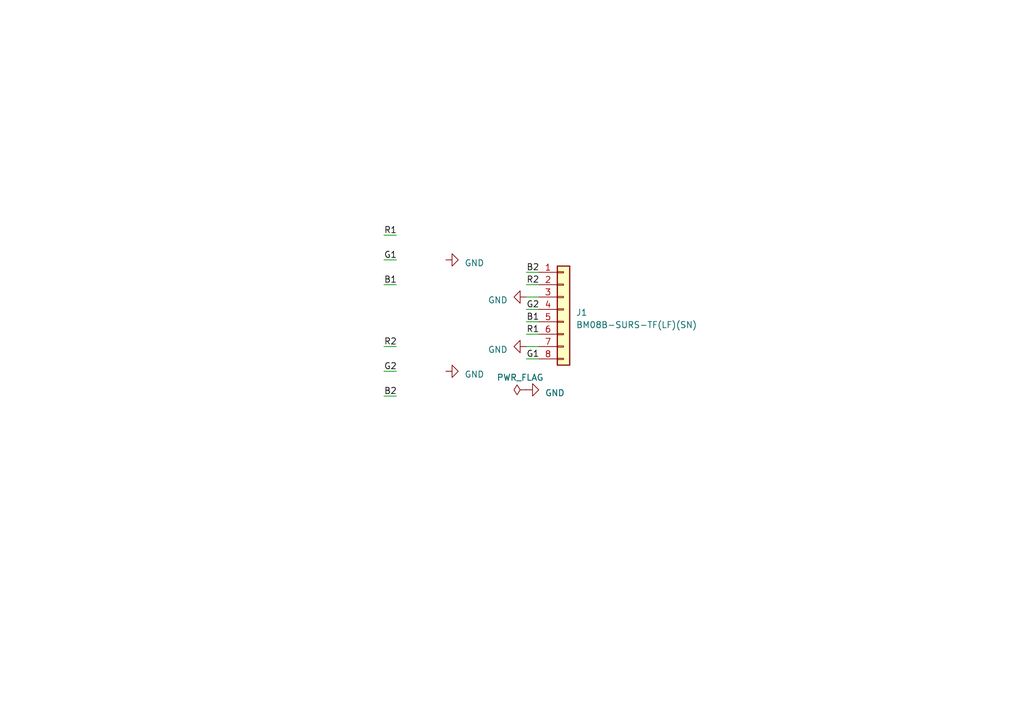
<source format=kicad_sch>
(kicad_sch (version 20230121) (generator eeschema)
  (paper "A5")
  (title_block (title "PCIe Bracket LED PCB") (date "2023-03-24") (rev "A") (company "Open Ephys, Inc") (comment 1 "Cris Sharp"))
  (lib_symbols
    (symbol "Connector_Generic:Conn_01x08" (pin_names (offset 1.016) hide)
      (property "Reference" "J" (at 0 10.16 0))
      (property "Value" "Conn_01x08" (at 0 -12.7 0))
      (symbol "Conn_01x08_1_1"
        (rectangle (start -1.27 -10.033) (end 0 -10.287) (stroke (width 0.1524)))
        (rectangle (start -1.27 -7.493) (end 0 -7.747) (stroke (width 0.1524)))
        (rectangle (start -1.27 -4.953) (end 0 -5.207) (stroke (width 0.1524)))
        (rectangle (start -1.27 -2.413) (end 0 -2.667) (stroke (width 0.1524)))
        (rectangle (start -1.27 0.127) (end 0 -0.127) (stroke (width 0.1524)))
        (rectangle (start -1.27 2.667) (end 0 2.413) (stroke (width 0.1524)))
        (rectangle (start -1.27 5.207) (end 0 4.953) (stroke (width 0.1524)))
        (rectangle (start -1.27 7.747) (end 0 7.493) (stroke (width 0.1524)))
        (rectangle (start -1.27 8.89) (end 1.27 -11.43) (stroke (width 0.254)) (fill (type background)))
        (pin passive line (at -5.08 7.62 0) (length 3.81) (name "Pin_1") (number "1"))
        (pin passive line (at -5.08 5.08 0) (length 3.81) (name "Pin_2") (number "2"))
        (pin passive line (at -5.08 2.54 0) (length 3.81) (name "Pin_3") (number "3"))
        (pin passive line (at -5.08 0 0) (length 3.81) (name "Pin_4") (number "4"))
        (pin passive line (at -5.08 -2.54 0) (length 3.81) (name "Pin_5") (number "5"))
        (pin passive line (at -5.08 -5.08 0) (length 3.81) (name "Pin_6") (number "6"))
        (pin passive line (at -5.08 -7.62 0) (length 3.81) (name "Pin_7") (number "7"))
        (pin passive line (at -5.08 -10.16 0) (length 3.81) (name "Pin_8") (number "8"))
      )
    )
    (symbol "power:GND" (power) (pin_names (offset 0))
      (property "Value" "GND" (at 0 -3.81 0))
      (symbol "GND_0_1"
        (polyline (pts (xy 0 0) (xy 0 -1.27) (xy 1.27 -1.27) (xy 0 -2.54) (xy -1.27 -1.27) (xy 0 -1.27)))
      )
      (symbol "GND_1_1"
        (pin power_in line (at 0 0 270) (length 0) hide (name "GND") (number "1"))
      )
    )
    (symbol "power:PWR_FLAG" (power) (pin_numbers hide) (pin_names (offset 0) hide)
      (property "Value" "PWR_FLAG" (at 0 3.81 0))
      (symbol "PWR_FLAG_0_0"
        (pin power_out line (at 0 0 90) (length 0) (name "pwr") (number "1"))
      )
      (symbol "PWR_FLAG_0_1"
        (polyline (pts (xy 0 0) (xy 0 1.27) (xy -1.016 1.905) (xy 0 2.54) (xy 1.016 1.905) (xy 0 1.27)))
      )
    )
  )
  (wire (pts (xy 78.74 81.28) (xy 81.28 81.28)))
  (wire (pts (xy 107.95 68.58) (xy 110.49 68.58)))
  (wire (pts (xy 78.74 53.34) (xy 81.28 53.34)))
  (wire (pts (xy 107.95 58.42) (xy 110.49 58.42)))
  (wire (pts (xy 107.95 55.88) (xy 110.49 55.88)))
  (wire (pts (xy 78.74 76.2) (xy 81.28 76.2)))
  (wire (pts (xy 78.74 58.42) (xy 81.28 58.42)))
  (wire (pts (xy 107.95 71.12) (xy 110.49 71.12)))
  (wire (pts (xy 107.95 63.5) (xy 110.49 63.5)))
  (wire (pts (xy 107.95 66.04) (xy 110.49 66.04)))
  (wire (pts (xy 107.95 73.66) (xy 110.49 73.66)))
  (wire (pts (xy 78.74 71.12) (xy 81.28 71.12)))
  (wire (pts (xy 78.74 48.26) (xy 81.28 48.26)))
  (wire (pts (xy 107.95 60.96) (xy 110.49 60.96)))
  (label "R2" (at 107.95 58.42 0))
  (label "G1" (at 78.74 53.34 0))
  (label "B2" (at 78.74 81.28 0))
  (label "R1" (at 78.74 48.26 0))
  (label "G1" (at 107.95 73.66 0))
  (label "B1" (at 107.95 66.04 0))
  (label "B1" (at 78.74 58.42 0))
  (label "G2" (at 78.74 76.2 0))
  (label "B2" (at 107.95 55.88 0))
  (label "R2" (at 78.74 71.12 0))
  (label "G2" (at 107.95 63.5 0))
  (label "R1" (at 107.95 68.58 0))
  (symbol (lib_id "power:GND") (at 107.95 71.12 270) (unit 1)
    (property "Reference" "#PWR04" (effects hide))
    (property "Value" "GND" (at 104.14 71.755 90) (effects (justify right)))
  )
  (symbol (lib_id "power:GND") (at 91.44 53.34 90) (unit 1)
    (property "Reference" "#PWR01" (effects hide))
    (property "Value" "GND" (at 95.25 53.975 90) (effects (justify right)))
  )
  (symbol (lib_id "power:GND") (at 107.95 80.01 90) (unit 1)
    (property "Reference" "#PWR05" (effects hide))
    (property "Value" "GND" (at 111.76 80.645 90) (effects (justify right)))
  )
  (symbol (lib_id "Connector_Generic:Conn_01x08") (at 115.57 63.5 0) (unit 1)
    (property "Reference" "J1" (at 118.11 64.135 0) (effects (justify left)))
    (property "Value" "BM08B-SURS-TF(LF)(SN)" (at 118.11 66.675 0) (effects (justify left)))
    (property "Footprint" "jonnew:JST_BM08B-SURS-TF(LF)(SN)" (effects hide))
    (property "Datasheet" "https://www.jst-mfg.com/product/pdf/eng/eSUR.pdf" (effects hide))
  )
  (symbol (lib_id "power:GND") (at 107.95 60.96 270) (unit 1)
    (property "Reference" "#PWR03" (effects hide))
    (property "Value" "GND" (at 104.14 61.595 90) (effects (justify right)))
  )
  (symbol (lib_id "power:PWR_FLAG") (at 107.95 80.01 90) (unit 1)
    (property "Reference" "#FLG01" (effects hide))
    (property "Value" "PWR_FLAG" (at 106.68 77.47 90))
  )
  (symbol (lib_id "power:GND") (at 91.44 76.2 90) (unit 1)
    (property "Reference" "#PWR02" (effects hide))
    (property "Value" "GND" (at 95.25 76.835 90) (effects (justify right)))
  )
)
</source>
